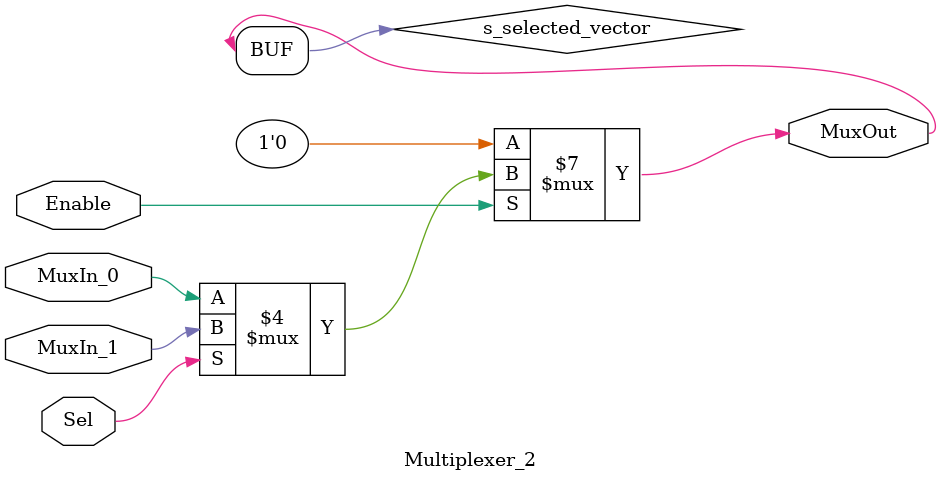
<source format=v>
/******************************************************************************
 ** Logisim goes FPGA automatic generated Verilog code                       **
 **                                                                          **
 ** Component : Multiplexer_2                                                **
 **                                                                          **
 ******************************************************************************/

`timescale 1ns/1ps
module Multiplexer_2( Enable,
                      MuxIn_0,
                      MuxIn_1,
                      Sel,
                      MuxOut);

   /***************************************************************************
    ** Here the inputs are defined                                           **
    ***************************************************************************/
   input  Enable;
   input  MuxIn_0;
   input  MuxIn_1;
   input  Sel;

   /***************************************************************************
    ** Here the outputs are defined                                          **
    ***************************************************************************/
   output MuxOut;

   /***************************************************************************
    ** Here the internal registers are defined                               **
    ***************************************************************************/
   reg s_selected_vector;

   assign MuxOut = s_selected_vector;

   always @(*)
   begin
      if (~Enable) s_selected_vector <= 0;
      else case (Sel)
         1'b0:
            s_selected_vector <= MuxIn_0;
         default:
            s_selected_vector <= MuxIn_1;
      endcase
   end

endmodule

</source>
